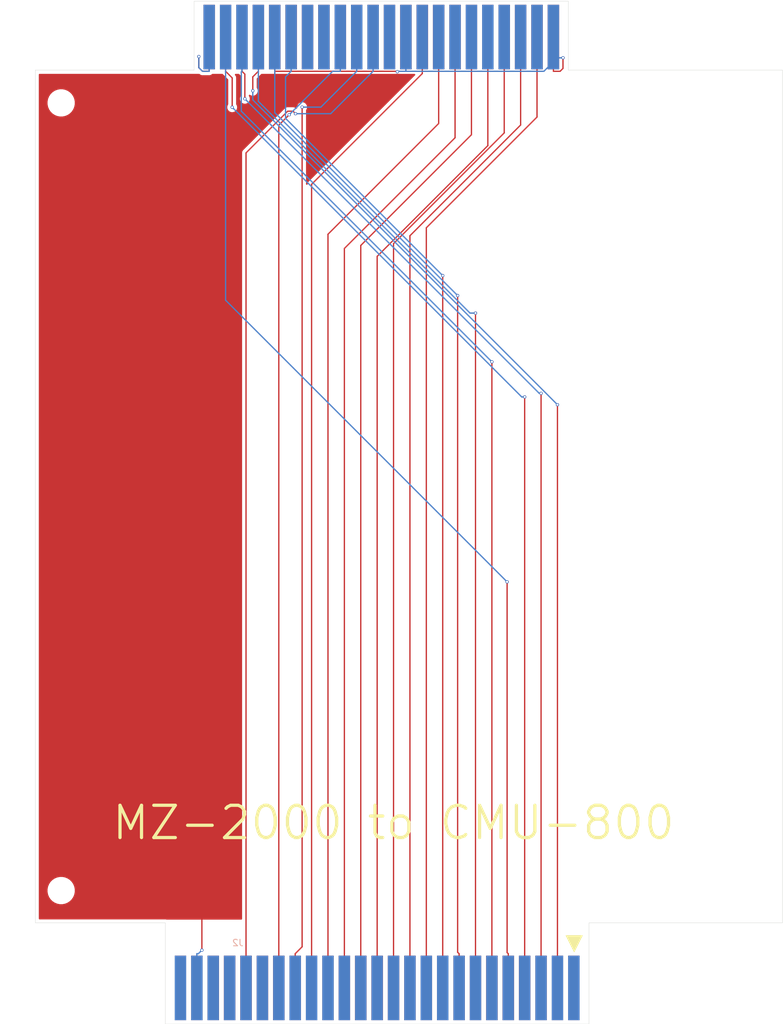
<source format=kicad_pcb>
(kicad_pcb (version 20171130) (host pcbnew "(5.1.9)-1")

  (general
    (thickness 1.6)
    (drawings 16)
    (tracks 136)
    (zones 0)
    (modules 6)
    (nets 22)
  )

  (page A4)
  (layers
    (0 F.Cu signal)
    (31 B.Cu signal)
    (32 B.Adhes user hide)
    (33 F.Adhes user hide)
    (34 B.Paste user)
    (35 F.Paste user)
    (36 B.SilkS user)
    (37 F.SilkS user)
    (38 B.Mask user)
    (39 F.Mask user)
    (40 Dwgs.User user hide)
    (41 Cmts.User user hide)
    (42 Eco1.User user hide)
    (43 Eco2.User user hide)
    (44 Edge.Cuts user)
    (45 Margin user hide)
    (46 B.CrtYd user hide)
    (47 F.CrtYd user hide)
    (48 B.Fab user hide)
    (49 F.Fab user hide)
  )

  (setup
    (last_trace_width 0.2)
    (user_trace_width 0.2)
    (user_trace_width 0.4)
    (user_trace_width 0.6)
    (user_trace_width 0.8)
    (user_trace_width 1)
    (user_trace_width 1.2)
    (user_trace_width 1.6)
    (user_trace_width 2)
    (trace_clearance 0.2)
    (zone_clearance 0.508)
    (zone_45_only no)
    (trace_min 0.2)
    (via_size 0.5)
    (via_drill 0.3)
    (via_min_size 0.4)
    (via_min_drill 0.3)
    (user_via 0.9 0.5)
    (user_via 1.2 0.8)
    (user_via 1.4 0.9)
    (user_via 1.5 1)
    (uvia_size 0.3)
    (uvia_drill 0.1)
    (uvias_allowed no)
    (uvia_min_size 0.2)
    (uvia_min_drill 0.1)
    (edge_width 0.05)
    (segment_width 0.2)
    (pcb_text_width 0.3)
    (pcb_text_size 1.5 1.5)
    (mod_edge_width 0.12)
    (mod_text_size 1 1)
    (mod_text_width 0.15)
    (pad_size 1.524 1.524)
    (pad_drill 0.762)
    (pad_to_mask_clearance 0)
    (aux_axis_origin 34.236 197.926)
    (grid_origin 34.236 197.926)
    (visible_elements 7FFFFFFF)
    (pcbplotparams
      (layerselection 0x010fc_ffffffff)
      (usegerberextensions true)
      (usegerberattributes false)
      (usegerberadvancedattributes false)
      (creategerberjobfile false)
      (excludeedgelayer true)
      (linewidth 0.100000)
      (plotframeref false)
      (viasonmask false)
      (mode 1)
      (useauxorigin true)
      (hpglpennumber 1)
      (hpglpenspeed 20)
      (hpglpendiameter 15.000000)
      (psnegative false)
      (psa4output false)
      (plotreference true)
      (plotvalue true)
      (plotinvisibletext false)
      (padsonsilk true)
      (subtractmaskfromsilk false)
      (outputformat 1)
      (mirror false)
      (drillshape 0)
      (scaleselection 1)
      (outputdirectory ""))
  )

  (net 0 "")
  (net 1 +5V)
  (net 2 GND)
  (net 3 /D2)
  (net 4 /D1)
  (net 5 /D0)
  (net 6 /A7)
  (net 7 /A6)
  (net 8 /A5)
  (net 9 /A4)
  (net 10 /A3)
  (net 11 /A2)
  (net 12 /A1)
  (net 13 /A0)
  (net 14 /D3)
  (net 15 /D4)
  (net 16 /D5)
  (net 17 /D6)
  (net 18 /D7)
  (net 19 /~WR)
  (net 20 /~RD)
  (net 21 /~IOREQ)

  (net_class Default "This is the default net class."
    (clearance 0.2)
    (trace_width 0.2)
    (via_dia 0.5)
    (via_drill 0.3)
    (uvia_dia 0.3)
    (uvia_drill 0.1)
    (add_net +5V)
    (add_net /A0)
    (add_net /A1)
    (add_net /A2)
    (add_net /A3)
    (add_net /A4)
    (add_net /A5)
    (add_net /A6)
    (add_net /A7)
    (add_net /D0)
    (add_net /D1)
    (add_net /D2)
    (add_net /D3)
    (add_net /D4)
    (add_net /D5)
    (add_net /D6)
    (add_net /D7)
    (add_net /~IOREQ)
    (add_net /~RD)
    (add_net /~WR)
    (add_net GND)
  )

  (net_class +5V ""
    (clearance 0.2)
    (trace_width 0.4)
    (via_dia 0.5)
    (via_drill 0.3)
    (uvia_dia 0.3)
    (uvia_drill 0.1)
  )

  (net_class GND ""
    (clearance 0.2)
    (trace_width 0.4)
    (via_dia 0.5)
    (via_drill 0.3)
    (uvia_dia 0.3)
    (uvia_drill 0.1)
  )

  (module mz-2000:BUS_MZ2000 locked (layer F.Cu) (tedit 6260BECF) (tstamp 627A5DF3)
    (at 137.376 62)
    (path /627EE89C)
    (attr virtual)
    (fp_text reference J1 (at -19.876 7.5) (layer F.SilkS) hide
      (effects (font (size 1 1) (thickness 0.15)))
    )
    (fp_text value Conn_02x22_Row_Letter_First (at -73.66 -8.255) (layer F.Fab)
      (effects (font (size 1 1) (thickness 0.15)))
    )
    (fp_line (start -102.87 4.06) (end -102.87 -6.985) (layer F.CrtYd) (width 0.05))
    (fp_line (start -78.74 -6.35) (end -78.74 3.81) (layer F.Fab) (width 0.1))
    (fp_line (start -20.32 3.81) (end -78.74 3.81) (layer F.Fab) (width 0.1))
    (fp_line (start -78.74 -6.35) (end -20.32 -6.35) (layer F.Fab) (width 0.1))
    (fp_line (start -20.32 -6.35) (end -20.32 3.81) (layer F.Fab) (width 0.1))
    (fp_line (start -102.87 -6.985) (end 12.7 -6.985) (layer F.CrtYd) (width 0.05))
    (fp_line (start 12.7 4.06) (end 12.7 -6.985) (layer F.CrtYd) (width 0.05))
    (fp_line (start 12.7 4.06) (end -102.87 4.06) (layer F.CrtYd) (width 0.05))
    (fp_text user %R (at -64.77 -1.905) (layer F.Fab)
      (effects (font (size 1 1) (thickness 0.15)))
    )
    (pad a1 connect rect (at -76.2 -1.27) (size 1.78 10) (layers F.Cu F.Mask)
      (net 1 +5V))
    (pad a2 connect rect (at -73.66 -1.27) (size 1.78 10) (layers F.Cu F.Mask)
      (net 3 /D2))
    (pad a3 connect rect (at -71.12 -1.27) (size 1.78 10) (layers F.Cu F.Mask)
      (net 4 /D1))
    (pad a4 connect rect (at -68.58 -1.27) (size 1.78 10) (layers F.Cu F.Mask)
      (net 5 /D0))
    (pad a5 connect rect (at -66.04 -1.27) (size 1.78 10) (layers F.Cu F.Mask)
      (net 2 GND))
    (pad a6 connect rect (at -63.5 -1.27) (size 1.78 10) (layers F.Cu F.Mask))
    (pad a7 connect rect (at -60.96 -1.27) (size 1.78 10) (layers F.Cu F.Mask))
    (pad a8 connect rect (at -58.42 -1.27) (size 1.78 10) (layers F.Cu F.Mask))
    (pad a9 connect rect (at -55.88 -1.27) (size 1.78 10) (layers F.Cu F.Mask))
    (pad a10 connect rect (at -53.34 -1.27) (size 1.78 10) (layers F.Cu F.Mask))
    (pad a11 connect rect (at -50.8 -1.27) (size 1.78 10) (layers F.Cu F.Mask))
    (pad a12 connect rect (at -48.26 -1.27) (size 1.78 10) (layers F.Cu F.Mask))
    (pad a13 connect rect (at -45.72 -1.27) (size 1.78 10) (layers F.Cu F.Mask))
    (pad a14 connect rect (at -43.18 -1.27) (size 1.78 10) (layers F.Cu F.Mask)
      (net 6 /A7))
    (pad a15 connect rect (at -40.64 -1.27) (size 1.78 10) (layers F.Cu F.Mask)
      (net 7 /A6))
    (pad a16 connect rect (at -38.1 -1.27) (size 1.78 10) (layers F.Cu F.Mask)
      (net 8 /A5))
    (pad a17 connect rect (at -35.56 -1.27) (size 1.78 10) (layers F.Cu F.Mask)
      (net 9 /A4))
    (pad a18 connect rect (at -33.02 -1.27) (size 1.78 10) (layers F.Cu F.Mask)
      (net 10 /A3))
    (pad a19 connect rect (at -30.48 -1.27) (size 1.78 10) (layers F.Cu F.Mask)
      (net 11 /A2))
    (pad a20 connect rect (at -27.94 -1.27) (size 1.78 10) (layers F.Cu F.Mask)
      (net 12 /A1))
    (pad a21 connect rect (at -25.4 -1.27) (size 1.78 10) (layers F.Cu F.Mask)
      (net 13 /A0))
    (pad a22 connect rect (at -22.86 -1.27) (size 1.78 10) (layers F.Cu F.Mask)
      (net 2 GND))
    (pad b1 connect rect (at -76.2 -1.27) (size 1.78 10) (layers B.Cu B.Mask)
      (net 1 +5V))
    (pad b2 connect rect (at -73.66 -1.27) (size 1.78 10) (layers B.Cu B.Mask)
      (net 14 /D3))
    (pad b3 connect rect (at -71.12 -1.27) (size 1.78 10) (layers B.Cu B.Mask)
      (net 15 /D4))
    (pad b4 connect rect (at -68.58 -1.27) (size 1.78 10) (layers B.Cu B.Mask)
      (net 16 /D5))
    (pad b5 connect rect (at -66.04 -1.27) (size 1.78 10) (layers B.Cu B.Mask)
      (net 17 /D6))
    (pad b6 connect rect (at -63.5 -1.27) (size 1.78 10) (layers B.Cu B.Mask)
      (net 18 /D7))
    (pad b7 connect rect (at -60.96 -1.27) (size 1.78 10) (layers B.Cu B.Mask))
    (pad b8 connect rect (at -58.42 -1.27) (size 1.78 10) (layers B.Cu B.Mask))
    (pad b9 connect rect (at -55.88 -1.27) (size 1.78 10) (layers B.Cu B.Mask)
      (net 19 /~WR))
    (pad b10 connect rect (at -53.34 -1.27) (size 1.78 10) (layers B.Cu B.Mask)
      (net 20 /~RD))
    (pad b11 connect rect (at -50.8 -1.27) (size 1.78 10) (layers B.Cu B.Mask)
      (net 21 /~IOREQ))
    (pad b12 connect rect (at -48.26 -1.27) (size 1.78 10) (layers B.Cu B.Mask))
    (pad b13 connect rect (at -45.72 -1.27) (size 1.78 10) (layers B.Cu B.Mask)
      (net 2 GND))
    (pad b14 connect rect (at -43.18 -1.27) (size 1.78 10) (layers B.Cu B.Mask))
    (pad b15 connect rect (at -40.64 -1.27) (size 1.78 10) (layers B.Cu B.Mask))
    (pad b16 connect rect (at -38.1 -1.27) (size 1.78 10) (layers B.Cu B.Mask))
    (pad b17 connect rect (at -35.56 -1.27) (size 1.78 10) (layers B.Cu B.Mask))
    (pad b18 connect rect (at -33.02 -1.27) (size 1.78 10) (layers B.Cu B.Mask))
    (pad b19 connect rect (at -30.48 -1.27) (size 1.78 10) (layers B.Cu B.Mask))
    (pad b20 connect rect (at -27.94 -1.27) (size 1.78 10) (layers B.Cu B.Mask))
    (pad b21 connect rect (at -25.4 -1.27) (size 1.78 10) (layers B.Cu B.Mask))
    (pad b22 connect rect (at -22.86 -1.27) (size 1.78 10) (layers B.Cu B.Mask)
      (net 2 GND))
  )

  (module MountingHole:MountingHole_3.2mm_M3 locked (layer F.Cu) (tedit 56D1B4CB) (tstamp 636890A7)
    (at 38.236 70.926)
    (descr "Mounting Hole 3.2mm, no annular, M3")
    (tags "mounting hole 3.2mm no annular m3")
    (attr virtual)
    (fp_text reference MH4 (at 0 0) (layer F.SilkS) hide
      (effects (font (size 1 1) (thickness 0.15)))
    )
    (fp_text value MountingHole_3.2mm_M3 (at 0 4.2) (layer F.Fab)
      (effects (font (size 1 1) (thickness 0.15)))
    )
    (fp_circle (center 0 0) (end 3.2 0) (layer Cmts.User) (width 0.15))
    (fp_circle (center 0 0) (end 3.45 0) (layer F.CrtYd) (width 0.05))
    (fp_text user %R (at 0.3 0) (layer F.Fab)
      (effects (font (size 1 1) (thickness 0.15)))
    )
    (pad 1 np_thru_hole circle (at 0 0) (size 3.2 3.2) (drill 3.2) (layers *.Cu *.Mask))
  )

  (module MountingHole:MountingHole_3.2mm_M3 locked (layer F.Cu) (tedit 56D1B4CB) (tstamp 6368904D)
    (at 145.236 70.926)
    (descr "Mounting Hole 3.2mm, no annular, M3")
    (tags "mounting hole 3.2mm no annular m3")
    (attr virtual)
    (fp_text reference MH3 (at 0 0) (layer F.SilkS) hide
      (effects (font (size 1 1) (thickness 0.15)))
    )
    (fp_text value MountingHole_3.2mm_M3 (at 0 4.2) (layer F.Fab)
      (effects (font (size 1 1) (thickness 0.15)))
    )
    (fp_circle (center 0 0) (end 3.2 0) (layer Cmts.User) (width 0.15))
    (fp_circle (center 0 0) (end 3.45 0) (layer F.CrtYd) (width 0.05))
    (fp_text user %R (at 0.3 0) (layer F.Fab)
      (effects (font (size 1 1) (thickness 0.15)))
    )
    (pad 1 np_thru_hole circle (at 0 0) (size 3.2 3.2) (drill 3.2) (layers *.Cu *.Mask))
  )

  (module MountingHole:MountingHole_3.2mm_M3 locked (layer F.Cu) (tedit 56D1B4CB) (tstamp 69036B8B)
    (at 145.236 192.926)
    (descr "Mounting Hole 3.2mm, no annular, M3")
    (tags "mounting hole 3.2mm no annular m3")
    (attr virtual)
    (fp_text reference MH2 (at 0 0) (layer F.SilkS) hide
      (effects (font (size 1 1) (thickness 0.15)))
    )
    (fp_text value MountingHole_3.2mm_M3 (at 0 4.2) (layer F.Fab)
      (effects (font (size 1 1) (thickness 0.15)))
    )
    (fp_circle (center 0 0) (end 3.2 0) (layer Cmts.User) (width 0.15))
    (fp_circle (center 0 0) (end 3.45 0) (layer F.CrtYd) (width 0.05))
    (fp_text user %R (at 0.3 0) (layer F.Fab)
      (effects (font (size 1 1) (thickness 0.15)))
    )
    (pad 1 np_thru_hole circle (at 0 0) (size 3.2 3.2) (drill 3.2) (layers *.Cu *.Mask))
  )

  (module MountingHole:MountingHole_3.2mm_M3 locked (layer F.Cu) (tedit 56D1B4CB) (tstamp 69036B4C)
    (at 38.236 192.926)
    (descr "Mounting Hole 3.2mm, no annular, M3")
    (tags "mounting hole 3.2mm no annular m3")
    (attr virtual)
    (fp_text reference MH1 (at 0 0) (layer F.SilkS) hide
      (effects (font (size 1 1) (thickness 0.15)))
    )
    (fp_text value MountingHole_3.2mm_M3 (at 0 4.2) (layer F.Fab)
      (effects (font (size 1 1) (thickness 0.15)))
    )
    (fp_circle (center 0 0) (end 3.2 0) (layer Cmts.User) (width 0.15))
    (fp_circle (center 0 0) (end 3.45 0) (layer F.CrtYd) (width 0.05))
    (fp_text user %R (at 0.3 0) (layer F.Fab)
      (effects (font (size 1 1) (thickness 0.15)))
    )
    (pad 1 np_thru_hole circle (at 0 0) (size 3.2 3.2) (drill 3.2) (layers *.Cu *.Mask))
  )

  (module MZ-2000_SD_3_2:BUS_50Pin (layer B.Cu) (tedit 631984FF) (tstamp 68F7BA57)
    (at 41.4835 209.276 180)
    (path /68F77FF1)
    (attr virtual)
    (fp_text reference J2 (at -24.13 8.255) (layer B.SilkS)
      (effects (font (size 1 1) (thickness 0.15)) (justify mirror))
    )
    (fp_text value Conn_02x25_Odd_Even (at -73.66 8.255) (layer B.Fab)
      (effects (font (size 1 1) (thickness 0.15)) (justify mirror))
    )
    (fp_text user %R (at -64.77 1.905) (layer B.Fab)
      (effects (font (size 1 1) (thickness 0.15)) (justify mirror))
    )
    (fp_line (start -102.87 -4.06) (end -102.87 6.985) (layer B.CrtYd) (width 0.05))
    (fp_line (start -78.74 6.35) (end -78.74 -3.81) (layer B.Fab) (width 0.1))
    (fp_line (start -12.7 -3.81) (end -78.74 -3.81) (layer B.Fab) (width 0.1))
    (fp_line (start -78.74 6.35) (end -12.7 6.35) (layer B.Fab) (width 0.1))
    (fp_line (start -12.7 6.35) (end -12.7 -3.81) (layer B.Fab) (width 0.1))
    (fp_line (start -102.87 6.985) (end 12.7 6.985) (layer B.CrtYd) (width 0.05))
    (fp_line (start 12.7 -4.06) (end 12.7 6.985) (layer B.CrtYd) (width 0.05))
    (fp_line (start 12.7 -4.06) (end -102.87 -4.06) (layer B.CrtYd) (width 0.05))
    (pad 2 connect rect (at -76.2 1.27 180) (size 1.78 10) (layers B.Cu B.Mask))
    (pad 4 connect rect (at -73.66 1.27 180) (size 1.78 10) (layers B.Cu B.Mask))
    (pad 6 connect rect (at -71.12 1.27 180) (size 1.78 10) (layers B.Cu B.Mask))
    (pad 8 connect rect (at -68.58 1.27 180) (size 1.78 10) (layers B.Cu B.Mask))
    (pad 10 connect rect (at -66.04 1.27 180) (size 1.78 10) (layers B.Cu B.Mask))
    (pad 12 connect rect (at -63.5 1.27 180) (size 1.78 10) (layers B.Cu B.Mask))
    (pad 14 connect rect (at -60.96 1.27 180) (size 1.78 10) (layers B.Cu B.Mask))
    (pad 16 connect rect (at -58.42 1.27 180) (size 1.78 10) (layers B.Cu B.Mask))
    (pad 18 connect rect (at -55.88 1.27 180) (size 1.78 10) (layers B.Cu B.Mask))
    (pad 20 connect rect (at -53.34 1.27 180) (size 1.78 10) (layers B.Cu B.Mask))
    (pad 22 connect rect (at -50.8 1.27 180) (size 1.78 10) (layers B.Cu B.Mask))
    (pad 24 connect rect (at -48.26 1.27 180) (size 1.78 10) (layers B.Cu B.Mask))
    (pad 26 connect rect (at -45.72 1.27 180) (size 1.78 10) (layers B.Cu B.Mask))
    (pad 28 connect rect (at -43.18 1.27 180) (size 1.78 10) (layers B.Cu B.Mask))
    (pad 30 connect rect (at -40.64 1.27 180) (size 1.78 10) (layers B.Cu B.Mask))
    (pad 32 connect rect (at -38.1 1.27 180) (size 1.78 10) (layers B.Cu B.Mask))
    (pad 34 connect rect (at -35.56 1.27 180) (size 1.78 10) (layers B.Cu B.Mask))
    (pad 36 connect rect (at -33.02 1.27 180) (size 1.78 10) (layers B.Cu B.Mask))
    (pad 38 connect rect (at -30.48 1.27 180) (size 1.78 10) (layers B.Cu B.Mask))
    (pad 40 connect rect (at -27.94 1.27 180) (size 1.78 10) (layers B.Cu B.Mask))
    (pad 42 connect rect (at -25.4 1.27 180) (size 1.78 10) (layers B.Cu B.Mask))
    (pad 44 connect rect (at -22.86 1.27 180) (size 1.78 10) (layers B.Cu B.Mask))
    (pad 1 connect rect (at -76.2 1.27 180) (size 1.78 10) (layers F.Cu F.Mask))
    (pad 3 connect rect (at -73.66 1.27 180) (size 1.78 10) (layers F.Cu F.Mask)
      (net 5 /D0))
    (pad 5 connect rect (at -71.12 1.27 180) (size 1.78 10) (layers F.Cu F.Mask)
      (net 4 /D1))
    (pad 7 connect rect (at -68.58 1.27 180) (size 1.78 10) (layers F.Cu F.Mask)
      (net 3 /D2))
    (pad 9 connect rect (at -66.04 1.27 180) (size 1.78 10) (layers F.Cu F.Mask)
      (net 14 /D3))
    (pad 11 connect rect (at -63.5 1.27 180) (size 1.78 10) (layers F.Cu F.Mask)
      (net 15 /D4))
    (pad 13 connect rect (at -60.96 1.27 180) (size 1.78 10) (layers F.Cu F.Mask)
      (net 16 /D5))
    (pad 15 connect rect (at -58.42 1.27 180) (size 1.78 10) (layers F.Cu F.Mask)
      (net 17 /D6))
    (pad 17 connect rect (at -55.88 1.27 180) (size 1.78 10) (layers F.Cu F.Mask)
      (net 18 /D7))
    (pad 19 connect rect (at -53.34 1.27 180) (size 1.78 10) (layers F.Cu F.Mask)
      (net 13 /A0))
    (pad 21 connect rect (at -50.8 1.27 180) (size 1.78 10) (layers F.Cu F.Mask)
      (net 12 /A1))
    (pad 23 connect rect (at -48.26 1.27 180) (size 1.78 10) (layers F.Cu F.Mask)
      (net 11 /A2))
    (pad 25 connect rect (at -45.72 1.27 180) (size 1.78 10) (layers F.Cu F.Mask)
      (net 10 /A3))
    (pad 27 connect rect (at -43.18 1.27 180) (size 1.78 10) (layers F.Cu F.Mask)
      (net 9 /A4))
    (pad 29 connect rect (at -40.64 1.27 180) (size 1.78 10) (layers F.Cu F.Mask)
      (net 8 /A5))
    (pad 31 connect rect (at -38.1 1.27 180) (size 1.78 10) (layers F.Cu F.Mask)
      (net 7 /A6))
    (pad 33 connect rect (at -35.56 1.27 180) (size 1.78 10) (layers F.Cu F.Mask)
      (net 6 /A7))
    (pad 35 connect rect (at -33.02 1.27 180) (size 1.78 10) (layers F.Cu F.Mask)
      (net 20 /~RD))
    (pad 37 connect rect (at -30.48 1.27 180) (size 1.78 10) (layers F.Cu F.Mask)
      (net 19 /~WR))
    (pad 39 connect rect (at -27.94 1.27 180) (size 1.78 10) (layers F.Cu F.Mask))
    (pad 41 connect rect (at -25.4 1.27 180) (size 1.78 10) (layers F.Cu F.Mask)
      (net 21 /~IOREQ))
    (pad 43 connect rect (at -22.86 1.27 180) (size 1.78 10) (layers F.Cu F.Mask))
    (pad 46 connect rect (at -20.32 1.27 180) (size 1.78 10) (layers B.Cu B.Mask))
    (pad 48 connect rect (at -17.78 1.27 180) (size 1.78 10) (layers B.Cu B.Mask)
      (net 2 GND))
    (pad 50 connect rect (at -15.24 1.27 180) (size 1.78 10) (layers B.Cu B.Mask))
    (pad 45 connect rect (at -20.32 1.27 180) (size 1.78 10) (layers F.Cu F.Mask))
    (pad 47 connect rect (at -17.78 1.27 180) (size 1.78 10) (layers F.Cu F.Mask))
    (pad 49 connect rect (at -15.24 1.27 180) (size 1.78 10) (layers F.Cu F.Mask))
  )

  (gr_poly (pts (xy 117.736 202.426) (xy 116.466 199.886) (xy 119.006 199.886)) (layer F.SilkS) (width 0.1))
  (gr_text "MZ-2000 to CMU-800" (at 89.736 182.426) (layer F.SilkS)
    (effects (font (size 5 5) (thickness 0.5)))
  )
  (gr_line (start 120.033 197.926) (end 150 197.926) (layer Edge.Cuts) (width 0.05) (tstamp 68F7C2C8))
  (gr_line (start 120.033 213.594) (end 120.033 197.926) (layer Edge.Cuts) (width 0.05))
  (gr_line (start 54.374 213.594) (end 120.033 213.594) (layer Edge.Cuts) (width 0.05))
  (gr_line (start 54.374 197.926) (end 54.374 213.594) (layer Edge.Cuts) (width 0.05))
  (gr_line (start 53.286 200.974) (end 53.413 204.8475) (layer Dwgs.User) (width 0.15))
  (gr_line (start 58.874 197.926) (end 58.874 199.196) (layer Dwgs.User) (width 0.15))
  (gr_line (start 58.836 65.846) (end 58.836 55.178) (layer Edge.Cuts) (width 0.05) (tstamp 6261AED2))
  (gr_line (start 34.236 65.846) (end 58.836 65.846) (layer Edge.Cuts) (width 0.05))
  (gr_line (start 116.836 65.846) (end 116.836 55.178) (layer Edge.Cuts) (width 0.05))
  (gr_line (start 150 65.846) (end 116.836 65.846) (layer Edge.Cuts) (width 0.05))
  (gr_line (start 34.236 65.846) (end 34.236 197.926) (layer Edge.Cuts) (width 0.05) (tstamp 6261A2E7))
  (gr_line (start 116.836 55.178) (end 58.836 55.178) (layer Edge.Cuts) (width 0.05))
  (gr_line (start 150 197.926) (end 150 65.846) (layer Edge.Cuts) (width 0.05))
  (gr_line (start 34.236 197.926) (end 54.374 197.926) (layer Edge.Cuts) (width 0.05))

  (segment (start 61.176 60.73) (end 61.176 66.0303) (width 0.2) (layer B.Cu) (net 1))
  (segment (start 61.176 60.73) (end 61.176 66.0303) (width 0.2) (layer F.Cu) (net 1))
  (segment (start 59.566 63.7508) (end 59.566 65.4618) (width 0.2) (layer F.Cu) (net 1))
  (segment (start 59.566 65.4618) (end 60.1345 66.0303) (width 0.2) (layer F.Cu) (net 1))
  (segment (start 60.1345 66.0303) (end 61.176 66.0303) (width 0.2) (layer F.Cu) (net 1))
  (segment (start 61.176 66.0303) (end 60.1345 66.0303) (width 0.2) (layer B.Cu) (net 1))
  (segment (start 60.1345 66.0303) (end 59.5661 65.4619) (width 0.2) (layer B.Cu) (net 1))
  (segment (start 59.5661 65.4619) (end 59.5661 63.7508) (width 0.2) (layer B.Cu) (net 1))
  (segment (start 59.5661 63.7508) (end 59.566 63.7508) (width 0.2) (layer B.Cu) (net 1))
  (via (at 59.566 63.7508) (size 0.5) (layers F.Cu B.Cu) (net 1))
  (segment (start 59.2635 208.006) (end 59.2635 202.7057) (width 0.2) (layer B.Cu) (net 2))
  (segment (start 60.0437 202.154) (end 60.0437 79.4683) (width 0.2) (layer F.Cu) (net 2))
  (segment (start 60.0437 79.4683) (end 71.336 68.176) (width 0.2) (layer F.Cu) (net 2))
  (segment (start 71.336 68.176) (end 71.336 66.0303) (width 0.2) (layer F.Cu) (net 2))
  (segment (start 59.2635 202.7057) (end 59.492 202.7057) (width 0.2) (layer B.Cu) (net 2))
  (segment (start 59.492 202.7057) (end 60.0437 202.154) (width 0.2) (layer B.Cu) (net 2))
  (segment (start 71.336 66.0303) (end 90.2573 66.0303) (width 0.2) (layer F.Cu) (net 2))
  (segment (start 90.2573 66.0303) (end 90.3284 66.1014) (width 0.2) (layer F.Cu) (net 2))
  (segment (start 91.656 66.0303) (end 90.3995 66.0303) (width 0.2) (layer B.Cu) (net 2))
  (segment (start 90.3995 66.0303) (end 90.3284 66.1014) (width 0.2) (layer B.Cu) (net 2))
  (segment (start 114.516 66.0303) (end 115.5575 66.0303) (width 0.2) (layer F.Cu) (net 2))
  (segment (start 115.5575 66.0303) (end 115.9994 65.5884) (width 0.2) (layer F.Cu) (net 2))
  (segment (start 115.9994 65.5884) (end 115.9994 63.9445) (width 0.2) (layer F.Cu) (net 2))
  (segment (start 114.516 63.9445) (end 115.9994 63.9445) (width 0.2) (layer B.Cu) (net 2))
  (segment (start 114.516 60.73) (end 114.516 66.0303) (width 0.2) (layer F.Cu) (net 2))
  (segment (start 114.516 63.9445) (end 114.516 64.5589) (width 0.2) (layer B.Cu) (net 2))
  (segment (start 114.516 64.5589) (end 113.0446 66.0303) (width 0.2) (layer B.Cu) (net 2))
  (segment (start 113.0446 66.0303) (end 91.656 66.0303) (width 0.2) (layer B.Cu) (net 2))
  (segment (start 114.516 63.3301) (end 114.516 63.9445) (width 0.2) (layer B.Cu) (net 2))
  (segment (start 71.336 60.73) (end 71.336 66.0303) (width 0.2) (layer F.Cu) (net 2))
  (segment (start 91.656 60.73) (end 91.656 66.0303) (width 0.2) (layer B.Cu) (net 2))
  (segment (start 114.516 60.73) (end 114.516 63.3301) (width 0.2) (layer B.Cu) (net 2))
  (via (at 60.0437 202.154) (size 0.5) (layers F.Cu B.Cu) (net 2))
  (via (at 115.9994 63.9445) (size 0.5) (layers F.Cu B.Cu) (net 2))
  (via (at 90.3284 66.1014) (size 0.5) (layers F.Cu B.Cu) (net 2))
  (segment (start 63.716 66.0303) (end 64.7398 67.0541) (width 0.2) (layer F.Cu) (net 3))
  (segment (start 64.7398 67.0541) (end 64.7398 71.6047) (width 0.2) (layer F.Cu) (net 3))
  (segment (start 64.7398 71.6047) (end 109.6041 116.469) (width 0.2) (layer B.Cu) (net 3))
  (segment (start 109.6041 116.469) (end 110.0635 116.469) (width 0.2) (layer B.Cu) (net 3))
  (segment (start 110.0635 208.006) (end 110.0635 116.469) (width 0.2) (layer F.Cu) (net 3))
  (segment (start 63.716 60.73) (end 63.716 66.0303) (width 0.2) (layer F.Cu) (net 3))
  (via (at 64.7398 71.6047) (size 0.5) (layers F.Cu B.Cu) (net 3))
  (via (at 110.0635 116.469) (size 0.5) (layers F.Cu B.Cu) (net 3))
  (segment (start 112.6035 208.006) (end 112.6035 115.9113) (width 0.2) (layer F.Cu) (net 4))
  (segment (start 66.7018 70.2926) (end 112.3205 115.9113) (width 0.2) (layer B.Cu) (net 4))
  (segment (start 112.3205 115.9113) (end 112.6035 115.9113) (width 0.2) (layer B.Cu) (net 4))
  (segment (start 66.256 60.73) (end 66.256 66.0303) (width 0.2) (layer F.Cu) (net 4))
  (segment (start 66.7018 70.2926) (end 66.7018 66.4761) (width 0.2) (layer F.Cu) (net 4))
  (segment (start 66.7018 66.4761) (end 66.256 66.0303) (width 0.2) (layer F.Cu) (net 4))
  (via (at 66.7018 70.2926) (size 0.5) (layers F.Cu B.Cu) (net 4))
  (via (at 112.6035 115.9113) (size 0.5) (layers F.Cu B.Cu) (net 4))
  (segment (start 115.1435 208.006) (end 115.1435 117.673) (width 0.2) (layer F.Cu) (net 5))
  (segment (start 67.9311 69.0542) (end 67.9311 70.4606) (width 0.2) (layer B.Cu) (net 5))
  (segment (start 67.9311 70.4606) (end 115.1435 117.673) (width 0.2) (layer B.Cu) (net 5))
  (segment (start 68.796 66.0303) (end 67.9311 66.8952) (width 0.2) (layer F.Cu) (net 5))
  (segment (start 67.9311 66.8952) (end 67.9311 69.0542) (width 0.2) (layer F.Cu) (net 5))
  (segment (start 68.796 60.73) (end 68.796 66.0303) (width 0.2) (layer F.Cu) (net 5))
  (via (at 67.9311 69.0542) (size 0.5) (layers F.Cu B.Cu) (net 5))
  (via (at 115.1435 117.673) (size 0.5) (layers F.Cu B.Cu) (net 5))
  (segment (start 77.0435 208.006) (end 77.0435 83.5371) (width 0.2) (layer F.Cu) (net 6))
  (segment (start 77.0435 83.5371) (end 94.196 66.3846) (width 0.2) (layer F.Cu) (net 6))
  (segment (start 94.196 66.3846) (end 94.196 60.73) (width 0.2) (layer F.Cu) (net 6))
  (segment (start 96.736 60.73) (end 96.736 74.1163) (width 0.2) (layer F.Cu) (net 7))
  (segment (start 96.736 74.1163) (end 79.5835 91.2688) (width 0.2) (layer F.Cu) (net 7))
  (segment (start 79.5835 91.2688) (end 79.5835 208.006) (width 0.2) (layer F.Cu) (net 7))
  (segment (start 99.276 60.73) (end 99.276 76.3243) (width 0.2) (layer F.Cu) (net 8))
  (segment (start 99.276 76.3243) (end 82.1235 93.4768) (width 0.2) (layer F.Cu) (net 8))
  (segment (start 82.1235 93.4768) (end 82.1235 208.006) (width 0.2) (layer F.Cu) (net 8))
  (segment (start 101.816 60.73) (end 101.816 75.8556) (width 0.2) (layer F.Cu) (net 9))
  (segment (start 101.816 75.8556) (end 84.6635 93.0081) (width 0.2) (layer F.Cu) (net 9))
  (segment (start 84.6635 93.0081) (end 84.6635 208.006) (width 0.2) (layer F.Cu) (net 9))
  (segment (start 87.2035 208.006) (end 87.2035 94.6979) (width 0.2) (layer F.Cu) (net 10))
  (segment (start 87.2035 94.6979) (end 104.356 77.5454) (width 0.2) (layer F.Cu) (net 10))
  (segment (start 104.356 77.5454) (end 104.356 60.73) (width 0.2) (layer F.Cu) (net 10))
  (segment (start 89.7435 208.006) (end 89.7435 92.7243) (width 0.2) (layer F.Cu) (net 11))
  (segment (start 89.7435 92.7243) (end 106.896 75.5718) (width 0.2) (layer F.Cu) (net 11))
  (segment (start 106.896 75.5718) (end 106.896 60.73) (width 0.2) (layer F.Cu) (net 11))
  (segment (start 109.436 60.73) (end 109.436 74.3505) (width 0.2) (layer F.Cu) (net 12))
  (segment (start 109.436 74.3505) (end 92.2835 91.503) (width 0.2) (layer F.Cu) (net 12))
  (segment (start 92.2835 91.503) (end 92.2835 208.006) (width 0.2) (layer F.Cu) (net 12))
  (segment (start 94.8235 208.006) (end 94.8235 90.2703) (width 0.2) (layer F.Cu) (net 13))
  (segment (start 94.8235 90.2703) (end 111.976 73.1178) (width 0.2) (layer F.Cu) (net 13))
  (segment (start 111.976 73.1178) (end 111.976 60.73) (width 0.2) (layer F.Cu) (net 13))
  (segment (start 63.716 66.0303) (end 63.716 101.4865) (width 0.2) (layer B.Cu) (net 14))
  (segment (start 63.716 101.4865) (end 107.3404 145.1109) (width 0.2) (layer B.Cu) (net 14))
  (segment (start 107.5235 202.7057) (end 107.3404 202.5226) (width 0.2) (layer F.Cu) (net 14))
  (segment (start 107.3404 202.5226) (end 107.3404 145.1109) (width 0.2) (layer F.Cu) (net 14))
  (segment (start 63.716 60.73) (end 63.716 66.0303) (width 0.2) (layer B.Cu) (net 14))
  (segment (start 107.5235 208.006) (end 107.5235 202.7057) (width 0.2) (layer F.Cu) (net 14))
  (via (at 107.3404 145.1109) (size 0.5) (layers F.Cu B.Cu) (net 14))
  (segment (start 104.9835 111.0347) (end 66.1515 72.2027) (width 0.2) (layer B.Cu) (net 15))
  (segment (start 66.1515 72.2027) (end 66.1515 66.1348) (width 0.2) (layer B.Cu) (net 15))
  (segment (start 66.1515 66.1348) (end 66.256 66.0303) (width 0.2) (layer B.Cu) (net 15))
  (segment (start 104.9835 208.006) (end 104.9835 111.0347) (width 0.2) (layer F.Cu) (net 15))
  (segment (start 66.256 60.73) (end 66.256 66.0303) (width 0.2) (layer B.Cu) (net 15))
  (via (at 104.9835 111.0347) (size 0.5) (layers F.Cu B.Cu) (net 15))
  (segment (start 102.4435 208.006) (end 102.4435 103.484) (width 0.2) (layer F.Cu) (net 16))
  (segment (start 68.796 60.73) (end 68.796 70.686) (width 0.2) (layer B.Cu) (net 16))
  (segment (start 68.796 70.686) (end 101.594 103.484) (width 0.2) (layer B.Cu) (net 16))
  (segment (start 101.594 103.484) (end 102.4435 103.484) (width 0.2) (layer B.Cu) (net 16))
  (via (at 102.4435 103.484) (size 0.5) (layers F.Cu B.Cu) (net 16))
  (segment (start 99.6744 100.769) (end 71.3361 72.4307) (width 0.2) (layer B.Cu) (net 17))
  (segment (start 71.3361 72.4307) (end 71.3361 66.0303) (width 0.2) (layer B.Cu) (net 17))
  (segment (start 71.3361 66.0303) (end 71.336 66.0303) (width 0.2) (layer B.Cu) (net 17))
  (segment (start 71.336 60.73) (end 71.336 66.0303) (width 0.2) (layer B.Cu) (net 17))
  (segment (start 99.9035 202.7057) (end 99.6744 202.4766) (width 0.2) (layer F.Cu) (net 17))
  (segment (start 99.6744 202.4766) (end 99.6744 100.769) (width 0.2) (layer F.Cu) (net 17))
  (segment (start 99.9035 208.006) (end 99.9035 202.7057) (width 0.2) (layer F.Cu) (net 17))
  (via (at 99.6744 100.769) (size 0.5) (layers F.Cu B.Cu) (net 17))
  (segment (start 97.3635 97.678) (end 73.0066 73.3211) (width 0.2) (layer B.Cu) (net 18))
  (segment (start 73.0066 73.3211) (end 73.0066 66.8997) (width 0.2) (layer B.Cu) (net 18))
  (segment (start 73.0066 66.8997) (end 73.876 66.0303) (width 0.2) (layer B.Cu) (net 18))
  (segment (start 97.3635 208.006) (end 97.3635 97.678) (width 0.2) (layer F.Cu) (net 18))
  (segment (start 73.876 60.73) (end 73.876 66.0303) (width 0.2) (layer B.Cu) (net 18))
  (via (at 97.3635 97.678) (size 0.5) (layers F.Cu B.Cu) (net 18))
  (segment (start 71.9635 208.006) (end 71.9635 74.3754) (width 0.2) (layer F.Cu) (net 19))
  (segment (start 71.9635 74.3754) (end 73.5775 72.7614) (width 0.2) (layer F.Cu) (net 19))
  (segment (start 81.496 66.0303) (end 80.3086 66.0303) (width 0.2) (layer B.Cu) (net 19))
  (segment (start 80.3086 66.0303) (end 73.5775 72.7614) (width 0.2) (layer B.Cu) (net 19))
  (segment (start 81.496 60.73) (end 81.496 66.0303) (width 0.2) (layer B.Cu) (net 19))
  (via (at 73.5775 72.7614) (size 0.5) (layers F.Cu B.Cu) (net 19))
  (segment (start 84.036 60.73) (end 84.036 66.0303) (width 0.2) (layer B.Cu) (net 20))
  (segment (start 74.5035 208.006) (end 74.5035 202.7057) (width 0.2) (layer F.Cu) (net 20))
  (segment (start 75.5747 71.5809) (end 78.4854 71.5809) (width 0.2) (layer B.Cu) (net 20))
  (segment (start 78.4854 71.5809) (end 84.036 66.0303) (width 0.2) (layer B.Cu) (net 20))
  (segment (start 74.5035 202.7057) (end 75.5747 201.6345) (width 0.2) (layer F.Cu) (net 20))
  (segment (start 75.5747 201.6345) (end 75.5747 71.5809) (width 0.2) (layer F.Cu) (net 20))
  (via (at 75.5747 71.5809) (size 0.5) (layers F.Cu B.Cu) (net 20))
  (segment (start 74.5482 72.5974) (end 74.1619 72.2111) (width 0.2) (layer F.Cu) (net 21))
  (segment (start 74.1619 72.2111) (end 73.3433 72.2111) (width 0.2) (layer F.Cu) (net 21))
  (segment (start 73.3433 72.2111) (end 66.8835 78.6709) (width 0.2) (layer F.Cu) (net 21))
  (segment (start 66.8835 78.6709) (end 66.8835 208.006) (width 0.2) (layer F.Cu) (net 21))
  (segment (start 86.576 66.0303) (end 80.0089 72.5974) (width 0.2) (layer B.Cu) (net 21))
  (segment (start 80.0089 72.5974) (end 74.5482 72.5974) (width 0.2) (layer B.Cu) (net 21))
  (segment (start 86.576 60.73) (end 86.576 66.0303) (width 0.2) (layer B.Cu) (net 21))
  (via (at 74.5482 72.5974) (size 0.5) (layers F.Cu B.Cu) (net 21))

  (zone (net 0) (net_name "") (layer B.Cu) (tstamp 0) (hatch edge 0.508)
    (connect_pads (clearance 0.508))
    (min_thickness 0.254)
    (keepout (tracks not_allowed) (vias not_allowed) (copperpour not_allowed))
    (fill (arc_segments 32) (thermal_gap 0.508) (thermal_bridge_width 0.508))
    (polygon
      (pts
        (xy 121.236 200.426) (xy 53.236 200.426) (xy 53.236 195.426) (xy 121.236 195.426)
      )
    )
  )
  (zone (net 2) (net_name GND) (layer F.Cu) (tstamp 69036EB5) (hatch edge 0.508)
    (connect_pads (clearance 0.508))
    (min_thickness 0.254)
    (fill yes (arc_segments 32) (thermal_gap 0.508) (thermal_bridge_width 0.508))
    (polygon
      (pts
        (xy 149.236 197.426) (xy 34.736 197.426) (xy 34.736 66.426) (xy 149.236 66.426)
      )
    )
    (filled_polygon
      (pts
        (xy 59.72418 66.644387) (xy 59.851867 66.712637) (xy 59.990415 66.754665) (xy 60.098395 66.7653) (xy 60.098404 66.7653)
        (xy 60.134499 66.768855) (xy 60.170594 66.7653) (xy 61.139895 66.7653) (xy 61.176 66.768856) (xy 61.212105 66.7653)
        (xy 61.320085 66.754665) (xy 61.458633 66.712637) (xy 61.58632 66.644387) (xy 61.697675 66.553) (xy 63.194326 66.553)
        (xy 63.221807 66.575553) (xy 64.0048 67.358547) (xy 64.004801 71.111746) (xy 63.955523 71.185495) (xy 63.88881 71.346555)
        (xy 63.8548 71.517535) (xy 63.8548 71.691865) (xy 63.88881 71.862845) (xy 63.955523 72.023905) (xy 64.052376 72.168855)
        (xy 64.175645 72.292124) (xy 64.320595 72.388977) (xy 64.481655 72.45569) (xy 64.652635 72.4897) (xy 64.826965 72.4897)
        (xy 64.997945 72.45569) (xy 65.159005 72.388977) (xy 65.303955 72.292124) (xy 65.427224 72.168855) (xy 65.524077 72.023905)
        (xy 65.59079 71.862845) (xy 65.6248 71.691865) (xy 65.6248 71.517535) (xy 65.59079 71.346555) (xy 65.524077 71.185495)
        (xy 65.4748 71.111747) (xy 65.4748 67.090205) (xy 65.478356 67.0541) (xy 65.464165 66.910015) (xy 65.448719 66.859096)
        (xy 65.422137 66.771467) (xy 65.353887 66.64378) (xy 65.297894 66.575553) (xy 65.285053 66.559906) (xy 65.28505 66.559903)
        (xy 65.279385 66.553) (xy 65.734326 66.553) (xy 65.761807 66.575553) (xy 65.966801 66.780547) (xy 65.9668 69.799647)
        (xy 65.917523 69.873395) (xy 65.85081 70.034455) (xy 65.8168 70.205435) (xy 65.8168 70.379765) (xy 65.85081 70.550745)
        (xy 65.917523 70.711805) (xy 66.014376 70.856755) (xy 66.137645 70.980024) (xy 66.282595 71.076877) (xy 66.443655 71.14359)
        (xy 66.614635 71.1776) (xy 66.788965 71.1776) (xy 66.959945 71.14359) (xy 67.121005 71.076877) (xy 67.265955 70.980024)
        (xy 67.389224 70.856755) (xy 67.486077 70.711805) (xy 67.55279 70.550745) (xy 67.5868 70.379765) (xy 67.5868 70.205435)
        (xy 67.55279 70.034455) (xy 67.486077 69.873395) (xy 67.4368 69.799647) (xy 67.4368 69.7883) (xy 67.511895 69.838477)
        (xy 67.672955 69.90519) (xy 67.843935 69.9392) (xy 68.018265 69.9392) (xy 68.189245 69.90519) (xy 68.350305 69.838477)
        (xy 68.495255 69.741624) (xy 68.618524 69.618355) (xy 68.715377 69.473405) (xy 68.78209 69.312345) (xy 68.8161 69.141365)
        (xy 68.8161 68.967035) (xy 68.78209 68.796055) (xy 68.715377 68.634995) (xy 68.6661 68.561247) (xy 68.6661 67.199646)
        (xy 69.290194 66.575553) (xy 69.317675 66.553) (xy 92.988153 66.553) (xy 76.549308 82.991846) (xy 76.521263 83.014862)
        (xy 76.429414 83.12678) (xy 76.361164 83.254467) (xy 76.319135 83.393015) (xy 76.3097 83.488811) (xy 76.3097 72.073853)
        (xy 76.358977 72.000105) (xy 76.42569 71.839045) (xy 76.4597 71.668065) (xy 76.4597 71.493735) (xy 76.42569 71.322755)
        (xy 76.358977 71.161695) (xy 76.262124 71.016745) (xy 76.138855 70.893476) (xy 75.993905 70.796623) (xy 75.832845 70.72991)
        (xy 75.661865 70.6959) (xy 75.487535 70.6959) (xy 75.316555 70.72991) (xy 75.155495 70.796623) (xy 75.010545 70.893476)
        (xy 74.887276 71.016745) (xy 74.790423 71.161695) (xy 74.72371 71.322755) (xy 74.6897 71.493735) (xy 74.6897 71.668065)
        (xy 74.69694 71.704461) (xy 74.684138 71.688862) (xy 74.57222 71.597013) (xy 74.444533 71.528763) (xy 74.305985 71.486735)
        (xy 74.198005 71.4761) (xy 74.1619 71.472544) (xy 74.125795 71.4761) (xy 73.379405 71.4761) (xy 73.3433 71.472544)
        (xy 73.307195 71.4761) (xy 73.199215 71.486735) (xy 73.060667 71.528763) (xy 72.93298 71.597013) (xy 72.821062 71.688862)
        (xy 72.798046 71.716907) (xy 66.389308 78.125646) (xy 66.361262 78.148663) (xy 66.269413 78.260581) (xy 66.201163 78.388268)
        (xy 66.171884 78.484787) (xy 66.159135 78.526815) (xy 66.144944 78.6709) (xy 66.1485 78.707005) (xy 66.148501 197.299)
        (xy 54.580686 197.299) (xy 54.503383 197.27555) (xy 54.406419 197.266) (xy 54.374 197.262807) (xy 54.341581 197.266)
        (xy 34.896 197.266) (xy 34.896 192.705872) (xy 36.001 192.705872) (xy 36.001 193.146128) (xy 36.08689 193.577925)
        (xy 36.255369 193.984669) (xy 36.499962 194.350729) (xy 36.811271 194.662038) (xy 37.177331 194.906631) (xy 37.584075 195.07511)
        (xy 38.015872 195.161) (xy 38.456128 195.161) (xy 38.887925 195.07511) (xy 39.294669 194.906631) (xy 39.660729 194.662038)
        (xy 39.972038 194.350729) (xy 40.216631 193.984669) (xy 40.38511 193.577925) (xy 40.471 193.146128) (xy 40.471 192.705872)
        (xy 40.38511 192.274075) (xy 40.216631 191.867331) (xy 39.972038 191.501271) (xy 39.660729 191.189962) (xy 39.294669 190.945369)
        (xy 38.887925 190.77689) (xy 38.456128 190.691) (xy 38.015872 190.691) (xy 37.584075 190.77689) (xy 37.177331 190.945369)
        (xy 36.811271 191.189962) (xy 36.499962 191.501271) (xy 36.255369 191.867331) (xy 36.08689 192.274075) (xy 36.001 192.705872)
        (xy 34.896 192.705872) (xy 34.896 70.705872) (xy 36.001 70.705872) (xy 36.001 71.146128) (xy 36.08689 71.577925)
        (xy 36.255369 71.984669) (xy 36.499962 72.350729) (xy 36.811271 72.662038) (xy 37.177331 72.906631) (xy 37.584075 73.07511)
        (xy 38.015872 73.161) (xy 38.456128 73.161) (xy 38.887925 73.07511) (xy 39.294669 72.906631) (xy 39.660729 72.662038)
        (xy 39.972038 72.350729) (xy 40.216631 71.984669) (xy 40.38511 71.577925) (xy 40.471 71.146128) (xy 40.471 70.705872)
        (xy 40.38511 70.274075) (xy 40.216631 69.867331) (xy 39.972038 69.501271) (xy 39.660729 69.189962) (xy 39.294669 68.945369)
        (xy 38.887925 68.77689) (xy 38.456128 68.691) (xy 38.015872 68.691) (xy 37.584075 68.77689) (xy 37.177331 68.945369)
        (xy 36.811271 69.189962) (xy 36.499962 69.501271) (xy 36.255369 69.867331) (xy 36.08689 70.274075) (xy 36.001 70.705872)
        (xy 34.896 70.705872) (xy 34.896 66.553) (xy 59.612825 66.553)
      )
    )
  )
  (zone (net 2) (net_name GND) (layer B.Cu) (tstamp 0) (hatch edge 0.508)
    (connect_pads (clearance 0.508))
    (min_thickness 0.254)
    (fill yes (arc_segments 32) (thermal_gap 0.508) (thermal_bridge_width 0.508))
    (polygon
      (pts
        (xy 149.236 195.426) (xy 34.736 195.426) (xy 34.736 66.426) (xy 149.236 66.426)
      )
    )
  )
)

</source>
